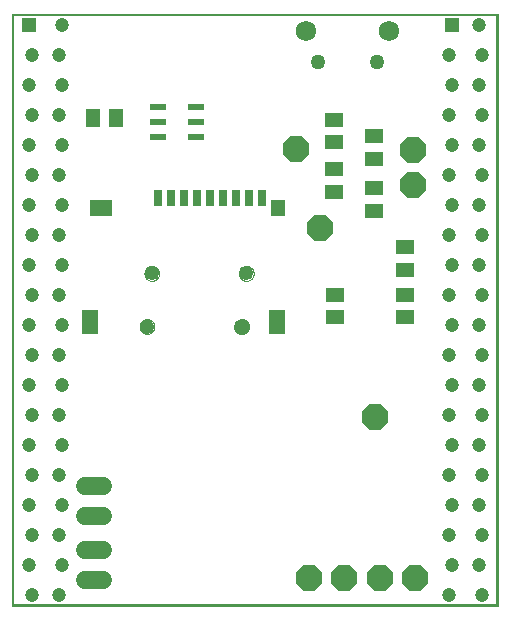
<source format=gbs>
G75*
%MOIN*%
%OFA0B0*%
%FSLAX25Y25*%
%IPPOS*%
%LPD*%
%AMOC8*
5,1,8,0,0,1.08239X$1,22.5*
%
%ADD10C,0.00000*%
%ADD11C,0.06791*%
%ADD12C,0.05020*%
%ADD13R,0.02756X0.05512*%
%ADD14R,0.05512X0.07874*%
%ADD15R,0.05039X0.05512*%
%ADD16R,0.07677X0.05512*%
%ADD17C,0.04921*%
%ADD18R,0.05118X0.05906*%
%ADD19R,0.05236X0.02087*%
%ADD20OC8,0.08500*%
%ADD21R,0.05906X0.05118*%
%ADD22C,0.06000*%
%ADD23C,0.00500*%
%ADD24C,0.04724*%
%ADD25R,0.04724X0.04724*%
D10*
X0020570Y0001467D02*
X0020570Y0198711D01*
X0182381Y0198711D01*
X0182381Y0001467D01*
X0020570Y0001467D01*
X0020570Y0001861D02*
X0181987Y0001861D01*
X0181987Y0009341D01*
X0094487Y0094578D02*
X0094489Y0094677D01*
X0094495Y0094776D01*
X0094505Y0094875D01*
X0094519Y0094973D01*
X0094537Y0095070D01*
X0094559Y0095167D01*
X0094584Y0095263D01*
X0094614Y0095357D01*
X0094647Y0095451D01*
X0094684Y0095543D01*
X0094725Y0095633D01*
X0094769Y0095722D01*
X0094817Y0095808D01*
X0094868Y0095893D01*
X0094923Y0095976D01*
X0094981Y0096056D01*
X0095042Y0096134D01*
X0095106Y0096210D01*
X0095173Y0096283D01*
X0095243Y0096353D01*
X0095316Y0096420D01*
X0095392Y0096484D01*
X0095470Y0096545D01*
X0095550Y0096603D01*
X0095633Y0096658D01*
X0095717Y0096709D01*
X0095804Y0096757D01*
X0095893Y0096801D01*
X0095983Y0096842D01*
X0096075Y0096879D01*
X0096169Y0096912D01*
X0096263Y0096942D01*
X0096359Y0096967D01*
X0096456Y0096989D01*
X0096553Y0097007D01*
X0096651Y0097021D01*
X0096750Y0097031D01*
X0096849Y0097037D01*
X0096948Y0097039D01*
X0097047Y0097037D01*
X0097146Y0097031D01*
X0097245Y0097021D01*
X0097343Y0097007D01*
X0097440Y0096989D01*
X0097537Y0096967D01*
X0097633Y0096942D01*
X0097727Y0096912D01*
X0097821Y0096879D01*
X0097913Y0096842D01*
X0098003Y0096801D01*
X0098092Y0096757D01*
X0098178Y0096709D01*
X0098263Y0096658D01*
X0098346Y0096603D01*
X0098426Y0096545D01*
X0098504Y0096484D01*
X0098580Y0096420D01*
X0098653Y0096353D01*
X0098723Y0096283D01*
X0098790Y0096210D01*
X0098854Y0096134D01*
X0098915Y0096056D01*
X0098973Y0095976D01*
X0099028Y0095893D01*
X0099079Y0095809D01*
X0099127Y0095722D01*
X0099171Y0095633D01*
X0099212Y0095543D01*
X0099249Y0095451D01*
X0099282Y0095357D01*
X0099312Y0095263D01*
X0099337Y0095167D01*
X0099359Y0095070D01*
X0099377Y0094973D01*
X0099391Y0094875D01*
X0099401Y0094776D01*
X0099407Y0094677D01*
X0099409Y0094578D01*
X0099407Y0094479D01*
X0099401Y0094380D01*
X0099391Y0094281D01*
X0099377Y0094183D01*
X0099359Y0094086D01*
X0099337Y0093989D01*
X0099312Y0093893D01*
X0099282Y0093799D01*
X0099249Y0093705D01*
X0099212Y0093613D01*
X0099171Y0093523D01*
X0099127Y0093434D01*
X0099079Y0093348D01*
X0099028Y0093263D01*
X0098973Y0093180D01*
X0098915Y0093100D01*
X0098854Y0093022D01*
X0098790Y0092946D01*
X0098723Y0092873D01*
X0098653Y0092803D01*
X0098580Y0092736D01*
X0098504Y0092672D01*
X0098426Y0092611D01*
X0098346Y0092553D01*
X0098263Y0092498D01*
X0098179Y0092447D01*
X0098092Y0092399D01*
X0098003Y0092355D01*
X0097913Y0092314D01*
X0097821Y0092277D01*
X0097727Y0092244D01*
X0097633Y0092214D01*
X0097537Y0092189D01*
X0097440Y0092167D01*
X0097343Y0092149D01*
X0097245Y0092135D01*
X0097146Y0092125D01*
X0097047Y0092119D01*
X0096948Y0092117D01*
X0096849Y0092119D01*
X0096750Y0092125D01*
X0096651Y0092135D01*
X0096553Y0092149D01*
X0096456Y0092167D01*
X0096359Y0092189D01*
X0096263Y0092214D01*
X0096169Y0092244D01*
X0096075Y0092277D01*
X0095983Y0092314D01*
X0095893Y0092355D01*
X0095804Y0092399D01*
X0095718Y0092447D01*
X0095633Y0092498D01*
X0095550Y0092553D01*
X0095470Y0092611D01*
X0095392Y0092672D01*
X0095316Y0092736D01*
X0095243Y0092803D01*
X0095173Y0092873D01*
X0095106Y0092946D01*
X0095042Y0093022D01*
X0094981Y0093100D01*
X0094923Y0093180D01*
X0094868Y0093263D01*
X0094817Y0093347D01*
X0094769Y0093434D01*
X0094725Y0093523D01*
X0094684Y0093613D01*
X0094647Y0093705D01*
X0094614Y0093799D01*
X0094584Y0093893D01*
X0094559Y0093989D01*
X0094537Y0094086D01*
X0094519Y0094183D01*
X0094505Y0094281D01*
X0094495Y0094380D01*
X0094489Y0094479D01*
X0094487Y0094578D01*
X0096061Y0112294D02*
X0096063Y0112393D01*
X0096069Y0112492D01*
X0096079Y0112591D01*
X0096093Y0112689D01*
X0096111Y0112786D01*
X0096133Y0112883D01*
X0096158Y0112979D01*
X0096188Y0113073D01*
X0096221Y0113167D01*
X0096258Y0113259D01*
X0096299Y0113349D01*
X0096343Y0113438D01*
X0096391Y0113524D01*
X0096442Y0113609D01*
X0096497Y0113692D01*
X0096555Y0113772D01*
X0096616Y0113850D01*
X0096680Y0113926D01*
X0096747Y0113999D01*
X0096817Y0114069D01*
X0096890Y0114136D01*
X0096966Y0114200D01*
X0097044Y0114261D01*
X0097124Y0114319D01*
X0097207Y0114374D01*
X0097291Y0114425D01*
X0097378Y0114473D01*
X0097467Y0114517D01*
X0097557Y0114558D01*
X0097649Y0114595D01*
X0097743Y0114628D01*
X0097837Y0114658D01*
X0097933Y0114683D01*
X0098030Y0114705D01*
X0098127Y0114723D01*
X0098225Y0114737D01*
X0098324Y0114747D01*
X0098423Y0114753D01*
X0098522Y0114755D01*
X0098621Y0114753D01*
X0098720Y0114747D01*
X0098819Y0114737D01*
X0098917Y0114723D01*
X0099014Y0114705D01*
X0099111Y0114683D01*
X0099207Y0114658D01*
X0099301Y0114628D01*
X0099395Y0114595D01*
X0099487Y0114558D01*
X0099577Y0114517D01*
X0099666Y0114473D01*
X0099752Y0114425D01*
X0099837Y0114374D01*
X0099920Y0114319D01*
X0100000Y0114261D01*
X0100078Y0114200D01*
X0100154Y0114136D01*
X0100227Y0114069D01*
X0100297Y0113999D01*
X0100364Y0113926D01*
X0100428Y0113850D01*
X0100489Y0113772D01*
X0100547Y0113692D01*
X0100602Y0113609D01*
X0100653Y0113525D01*
X0100701Y0113438D01*
X0100745Y0113349D01*
X0100786Y0113259D01*
X0100823Y0113167D01*
X0100856Y0113073D01*
X0100886Y0112979D01*
X0100911Y0112883D01*
X0100933Y0112786D01*
X0100951Y0112689D01*
X0100965Y0112591D01*
X0100975Y0112492D01*
X0100981Y0112393D01*
X0100983Y0112294D01*
X0100981Y0112195D01*
X0100975Y0112096D01*
X0100965Y0111997D01*
X0100951Y0111899D01*
X0100933Y0111802D01*
X0100911Y0111705D01*
X0100886Y0111609D01*
X0100856Y0111515D01*
X0100823Y0111421D01*
X0100786Y0111329D01*
X0100745Y0111239D01*
X0100701Y0111150D01*
X0100653Y0111064D01*
X0100602Y0110979D01*
X0100547Y0110896D01*
X0100489Y0110816D01*
X0100428Y0110738D01*
X0100364Y0110662D01*
X0100297Y0110589D01*
X0100227Y0110519D01*
X0100154Y0110452D01*
X0100078Y0110388D01*
X0100000Y0110327D01*
X0099920Y0110269D01*
X0099837Y0110214D01*
X0099753Y0110163D01*
X0099666Y0110115D01*
X0099577Y0110071D01*
X0099487Y0110030D01*
X0099395Y0109993D01*
X0099301Y0109960D01*
X0099207Y0109930D01*
X0099111Y0109905D01*
X0099014Y0109883D01*
X0098917Y0109865D01*
X0098819Y0109851D01*
X0098720Y0109841D01*
X0098621Y0109835D01*
X0098522Y0109833D01*
X0098423Y0109835D01*
X0098324Y0109841D01*
X0098225Y0109851D01*
X0098127Y0109865D01*
X0098030Y0109883D01*
X0097933Y0109905D01*
X0097837Y0109930D01*
X0097743Y0109960D01*
X0097649Y0109993D01*
X0097557Y0110030D01*
X0097467Y0110071D01*
X0097378Y0110115D01*
X0097292Y0110163D01*
X0097207Y0110214D01*
X0097124Y0110269D01*
X0097044Y0110327D01*
X0096966Y0110388D01*
X0096890Y0110452D01*
X0096817Y0110519D01*
X0096747Y0110589D01*
X0096680Y0110662D01*
X0096616Y0110738D01*
X0096555Y0110816D01*
X0096497Y0110896D01*
X0096442Y0110979D01*
X0096391Y0111063D01*
X0096343Y0111150D01*
X0096299Y0111239D01*
X0096258Y0111329D01*
X0096221Y0111421D01*
X0096188Y0111515D01*
X0096158Y0111609D01*
X0096133Y0111705D01*
X0096111Y0111802D01*
X0096093Y0111899D01*
X0096079Y0111997D01*
X0096069Y0112096D01*
X0096063Y0112195D01*
X0096061Y0112294D01*
X0064565Y0112294D02*
X0064567Y0112393D01*
X0064573Y0112492D01*
X0064583Y0112591D01*
X0064597Y0112689D01*
X0064615Y0112786D01*
X0064637Y0112883D01*
X0064662Y0112979D01*
X0064692Y0113073D01*
X0064725Y0113167D01*
X0064762Y0113259D01*
X0064803Y0113349D01*
X0064847Y0113438D01*
X0064895Y0113524D01*
X0064946Y0113609D01*
X0065001Y0113692D01*
X0065059Y0113772D01*
X0065120Y0113850D01*
X0065184Y0113926D01*
X0065251Y0113999D01*
X0065321Y0114069D01*
X0065394Y0114136D01*
X0065470Y0114200D01*
X0065548Y0114261D01*
X0065628Y0114319D01*
X0065711Y0114374D01*
X0065795Y0114425D01*
X0065882Y0114473D01*
X0065971Y0114517D01*
X0066061Y0114558D01*
X0066153Y0114595D01*
X0066247Y0114628D01*
X0066341Y0114658D01*
X0066437Y0114683D01*
X0066534Y0114705D01*
X0066631Y0114723D01*
X0066729Y0114737D01*
X0066828Y0114747D01*
X0066927Y0114753D01*
X0067026Y0114755D01*
X0067125Y0114753D01*
X0067224Y0114747D01*
X0067323Y0114737D01*
X0067421Y0114723D01*
X0067518Y0114705D01*
X0067615Y0114683D01*
X0067711Y0114658D01*
X0067805Y0114628D01*
X0067899Y0114595D01*
X0067991Y0114558D01*
X0068081Y0114517D01*
X0068170Y0114473D01*
X0068256Y0114425D01*
X0068341Y0114374D01*
X0068424Y0114319D01*
X0068504Y0114261D01*
X0068582Y0114200D01*
X0068658Y0114136D01*
X0068731Y0114069D01*
X0068801Y0113999D01*
X0068868Y0113926D01*
X0068932Y0113850D01*
X0068993Y0113772D01*
X0069051Y0113692D01*
X0069106Y0113609D01*
X0069157Y0113525D01*
X0069205Y0113438D01*
X0069249Y0113349D01*
X0069290Y0113259D01*
X0069327Y0113167D01*
X0069360Y0113073D01*
X0069390Y0112979D01*
X0069415Y0112883D01*
X0069437Y0112786D01*
X0069455Y0112689D01*
X0069469Y0112591D01*
X0069479Y0112492D01*
X0069485Y0112393D01*
X0069487Y0112294D01*
X0069485Y0112195D01*
X0069479Y0112096D01*
X0069469Y0111997D01*
X0069455Y0111899D01*
X0069437Y0111802D01*
X0069415Y0111705D01*
X0069390Y0111609D01*
X0069360Y0111515D01*
X0069327Y0111421D01*
X0069290Y0111329D01*
X0069249Y0111239D01*
X0069205Y0111150D01*
X0069157Y0111064D01*
X0069106Y0110979D01*
X0069051Y0110896D01*
X0068993Y0110816D01*
X0068932Y0110738D01*
X0068868Y0110662D01*
X0068801Y0110589D01*
X0068731Y0110519D01*
X0068658Y0110452D01*
X0068582Y0110388D01*
X0068504Y0110327D01*
X0068424Y0110269D01*
X0068341Y0110214D01*
X0068257Y0110163D01*
X0068170Y0110115D01*
X0068081Y0110071D01*
X0067991Y0110030D01*
X0067899Y0109993D01*
X0067805Y0109960D01*
X0067711Y0109930D01*
X0067615Y0109905D01*
X0067518Y0109883D01*
X0067421Y0109865D01*
X0067323Y0109851D01*
X0067224Y0109841D01*
X0067125Y0109835D01*
X0067026Y0109833D01*
X0066927Y0109835D01*
X0066828Y0109841D01*
X0066729Y0109851D01*
X0066631Y0109865D01*
X0066534Y0109883D01*
X0066437Y0109905D01*
X0066341Y0109930D01*
X0066247Y0109960D01*
X0066153Y0109993D01*
X0066061Y0110030D01*
X0065971Y0110071D01*
X0065882Y0110115D01*
X0065796Y0110163D01*
X0065711Y0110214D01*
X0065628Y0110269D01*
X0065548Y0110327D01*
X0065470Y0110388D01*
X0065394Y0110452D01*
X0065321Y0110519D01*
X0065251Y0110589D01*
X0065184Y0110662D01*
X0065120Y0110738D01*
X0065059Y0110816D01*
X0065001Y0110896D01*
X0064946Y0110979D01*
X0064895Y0111063D01*
X0064847Y0111150D01*
X0064803Y0111239D01*
X0064762Y0111329D01*
X0064725Y0111421D01*
X0064692Y0111515D01*
X0064662Y0111609D01*
X0064637Y0111705D01*
X0064615Y0111802D01*
X0064597Y0111899D01*
X0064583Y0111997D01*
X0064573Y0112096D01*
X0064567Y0112195D01*
X0064565Y0112294D01*
X0062990Y0094578D02*
X0062992Y0094677D01*
X0062998Y0094776D01*
X0063008Y0094875D01*
X0063022Y0094973D01*
X0063040Y0095070D01*
X0063062Y0095167D01*
X0063087Y0095263D01*
X0063117Y0095357D01*
X0063150Y0095451D01*
X0063187Y0095543D01*
X0063228Y0095633D01*
X0063272Y0095722D01*
X0063320Y0095808D01*
X0063371Y0095893D01*
X0063426Y0095976D01*
X0063484Y0096056D01*
X0063545Y0096134D01*
X0063609Y0096210D01*
X0063676Y0096283D01*
X0063746Y0096353D01*
X0063819Y0096420D01*
X0063895Y0096484D01*
X0063973Y0096545D01*
X0064053Y0096603D01*
X0064136Y0096658D01*
X0064220Y0096709D01*
X0064307Y0096757D01*
X0064396Y0096801D01*
X0064486Y0096842D01*
X0064578Y0096879D01*
X0064672Y0096912D01*
X0064766Y0096942D01*
X0064862Y0096967D01*
X0064959Y0096989D01*
X0065056Y0097007D01*
X0065154Y0097021D01*
X0065253Y0097031D01*
X0065352Y0097037D01*
X0065451Y0097039D01*
X0065550Y0097037D01*
X0065649Y0097031D01*
X0065748Y0097021D01*
X0065846Y0097007D01*
X0065943Y0096989D01*
X0066040Y0096967D01*
X0066136Y0096942D01*
X0066230Y0096912D01*
X0066324Y0096879D01*
X0066416Y0096842D01*
X0066506Y0096801D01*
X0066595Y0096757D01*
X0066681Y0096709D01*
X0066766Y0096658D01*
X0066849Y0096603D01*
X0066929Y0096545D01*
X0067007Y0096484D01*
X0067083Y0096420D01*
X0067156Y0096353D01*
X0067226Y0096283D01*
X0067293Y0096210D01*
X0067357Y0096134D01*
X0067418Y0096056D01*
X0067476Y0095976D01*
X0067531Y0095893D01*
X0067582Y0095809D01*
X0067630Y0095722D01*
X0067674Y0095633D01*
X0067715Y0095543D01*
X0067752Y0095451D01*
X0067785Y0095357D01*
X0067815Y0095263D01*
X0067840Y0095167D01*
X0067862Y0095070D01*
X0067880Y0094973D01*
X0067894Y0094875D01*
X0067904Y0094776D01*
X0067910Y0094677D01*
X0067912Y0094578D01*
X0067910Y0094479D01*
X0067904Y0094380D01*
X0067894Y0094281D01*
X0067880Y0094183D01*
X0067862Y0094086D01*
X0067840Y0093989D01*
X0067815Y0093893D01*
X0067785Y0093799D01*
X0067752Y0093705D01*
X0067715Y0093613D01*
X0067674Y0093523D01*
X0067630Y0093434D01*
X0067582Y0093348D01*
X0067531Y0093263D01*
X0067476Y0093180D01*
X0067418Y0093100D01*
X0067357Y0093022D01*
X0067293Y0092946D01*
X0067226Y0092873D01*
X0067156Y0092803D01*
X0067083Y0092736D01*
X0067007Y0092672D01*
X0066929Y0092611D01*
X0066849Y0092553D01*
X0066766Y0092498D01*
X0066682Y0092447D01*
X0066595Y0092399D01*
X0066506Y0092355D01*
X0066416Y0092314D01*
X0066324Y0092277D01*
X0066230Y0092244D01*
X0066136Y0092214D01*
X0066040Y0092189D01*
X0065943Y0092167D01*
X0065846Y0092149D01*
X0065748Y0092135D01*
X0065649Y0092125D01*
X0065550Y0092119D01*
X0065451Y0092117D01*
X0065352Y0092119D01*
X0065253Y0092125D01*
X0065154Y0092135D01*
X0065056Y0092149D01*
X0064959Y0092167D01*
X0064862Y0092189D01*
X0064766Y0092214D01*
X0064672Y0092244D01*
X0064578Y0092277D01*
X0064486Y0092314D01*
X0064396Y0092355D01*
X0064307Y0092399D01*
X0064221Y0092447D01*
X0064136Y0092498D01*
X0064053Y0092553D01*
X0063973Y0092611D01*
X0063895Y0092672D01*
X0063819Y0092736D01*
X0063746Y0092803D01*
X0063676Y0092873D01*
X0063609Y0092946D01*
X0063545Y0093022D01*
X0063484Y0093100D01*
X0063426Y0093180D01*
X0063371Y0093263D01*
X0063320Y0093347D01*
X0063272Y0093434D01*
X0063228Y0093523D01*
X0063187Y0093613D01*
X0063150Y0093705D01*
X0063117Y0093799D01*
X0063087Y0093893D01*
X0063062Y0093989D01*
X0063040Y0094086D01*
X0063022Y0094183D01*
X0063008Y0094281D01*
X0062998Y0094380D01*
X0062992Y0094479D01*
X0062990Y0094578D01*
D11*
X0118404Y0193003D03*
X0145963Y0193003D03*
D12*
X0142026Y0182668D03*
X0122341Y0182668D03*
D13*
X0103640Y0137373D03*
X0099310Y0137373D03*
X0094979Y0137373D03*
X0090648Y0137373D03*
X0086318Y0137373D03*
X0081987Y0137373D03*
X0077656Y0137373D03*
X0073325Y0137373D03*
X0068995Y0137373D03*
D14*
X0046554Y0096152D03*
X0108759Y0096152D03*
D15*
X0108995Y0133948D03*
D16*
X0049999Y0133948D03*
D17*
X0067026Y0112294D03*
X0065451Y0094578D03*
X0096948Y0094578D03*
X0098522Y0112294D03*
D18*
X0055018Y0164066D03*
X0047538Y0164066D03*
D19*
X0068994Y0162885D03*
X0068994Y0167885D03*
X0068994Y0157885D03*
X0081594Y0157885D03*
X0081594Y0162885D03*
X0081594Y0167885D03*
D20*
X0115058Y0153830D03*
X0122932Y0127452D03*
X0154034Y0141625D03*
X0154034Y0153436D03*
X0141436Y0064459D03*
X0143010Y0010916D03*
X0131199Y0010916D03*
X0119388Y0010916D03*
X0154822Y0010916D03*
D21*
X0151278Y0097727D03*
X0151278Y0105207D03*
X0151278Y0113475D03*
X0151278Y0120956D03*
X0141042Y0133160D03*
X0141042Y0140641D03*
X0141042Y0150483D03*
X0141042Y0157963D03*
X0127656Y0155995D03*
X0127656Y0163475D03*
X0127656Y0146940D03*
X0127656Y0139459D03*
X0128050Y0105207D03*
X0128050Y0097727D03*
D22*
X0050735Y0041507D02*
X0044735Y0041507D01*
X0044735Y0031507D02*
X0050735Y0031507D01*
X0050735Y0020247D02*
X0044735Y0020247D01*
X0044735Y0010247D02*
X0050735Y0010247D01*
D23*
X0020727Y0001625D02*
X0020727Y0198475D01*
X0182144Y0198475D01*
X0182144Y0001625D01*
X0020727Y0001625D01*
D24*
X0026936Y0005050D03*
X0035936Y0005050D03*
X0036936Y0015050D03*
X0035936Y0025050D03*
X0026936Y0025050D03*
X0025936Y0015050D03*
X0025936Y0035050D03*
X0026936Y0045050D03*
X0035936Y0045050D03*
X0036936Y0035050D03*
X0036936Y0055050D03*
X0035936Y0065050D03*
X0026936Y0065050D03*
X0025936Y0055050D03*
X0025936Y0075050D03*
X0026936Y0085050D03*
X0035936Y0085050D03*
X0036936Y0075050D03*
X0036936Y0095050D03*
X0035936Y0105050D03*
X0036936Y0115050D03*
X0035936Y0125050D03*
X0026936Y0125050D03*
X0025936Y0115050D03*
X0026936Y0105050D03*
X0025936Y0095050D03*
X0025936Y0135050D03*
X0026936Y0145050D03*
X0035936Y0145050D03*
X0036936Y0135050D03*
X0036936Y0155050D03*
X0035936Y0165050D03*
X0026936Y0165050D03*
X0025936Y0155050D03*
X0025936Y0175050D03*
X0026936Y0185050D03*
X0035936Y0185050D03*
X0036936Y0175050D03*
X0036936Y0195050D03*
X0165936Y0185050D03*
X0166936Y0175050D03*
X0175936Y0175050D03*
X0176936Y0185050D03*
X0175936Y0195050D03*
X0176936Y0165050D03*
X0175936Y0155050D03*
X0166936Y0155050D03*
X0165936Y0145050D03*
X0166936Y0135050D03*
X0175936Y0135050D03*
X0176936Y0125050D03*
X0175936Y0115050D03*
X0166936Y0115050D03*
X0165936Y0105050D03*
X0166936Y0095050D03*
X0175936Y0095050D03*
X0176936Y0085050D03*
X0175936Y0075050D03*
X0166936Y0075050D03*
X0165936Y0065050D03*
X0166936Y0055050D03*
X0175936Y0055050D03*
X0176936Y0045050D03*
X0175936Y0035050D03*
X0166936Y0035050D03*
X0165936Y0045050D03*
X0165936Y0025050D03*
X0166936Y0015050D03*
X0175936Y0015050D03*
X0176936Y0005050D03*
X0165936Y0005050D03*
X0176936Y0025050D03*
X0176936Y0065050D03*
X0165936Y0085050D03*
X0176936Y0105050D03*
X0165936Y0125050D03*
X0176936Y0145050D03*
X0165936Y0165050D03*
D25*
X0166936Y0195050D03*
X0025936Y0195050D03*
M02*

</source>
